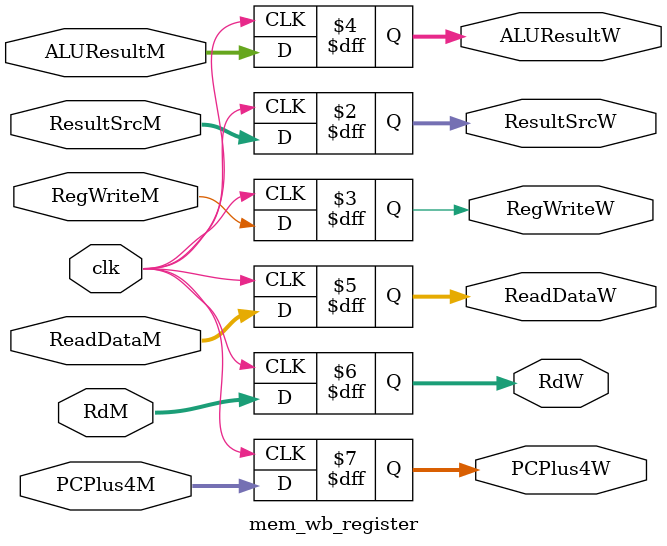
<source format=v>
`timescale 1ns / 1ps

module mem_wb_register (
    input clk,
    input [1:0] ResultSrcM,
    input RegWriteM,
    input [31:0] ALUResultM,
    input [31:0] ReadDataM,
    input [4:0] RdM,
    input [31:0] PCPlus4M,
    output reg [1:0] ResultSrcW,
    output reg RegWriteW,
    output reg [31:0] ALUResultW,
    output reg [31:0] ReadDataW,
    output reg [4:0] RdW,
    output reg [31:0] PCPlus4W
);
    always @(posedge clk) begin
        ResultSrcW <= ResultSrcM;
        RegWriteW <= RegWriteM;
        ALUResultW <= ALUResultM;
        ReadDataW <= ReadDataM;
        RdW <= RdM;
        PCPlus4W <= PCPlus4M;
    end
endmodule
</source>
